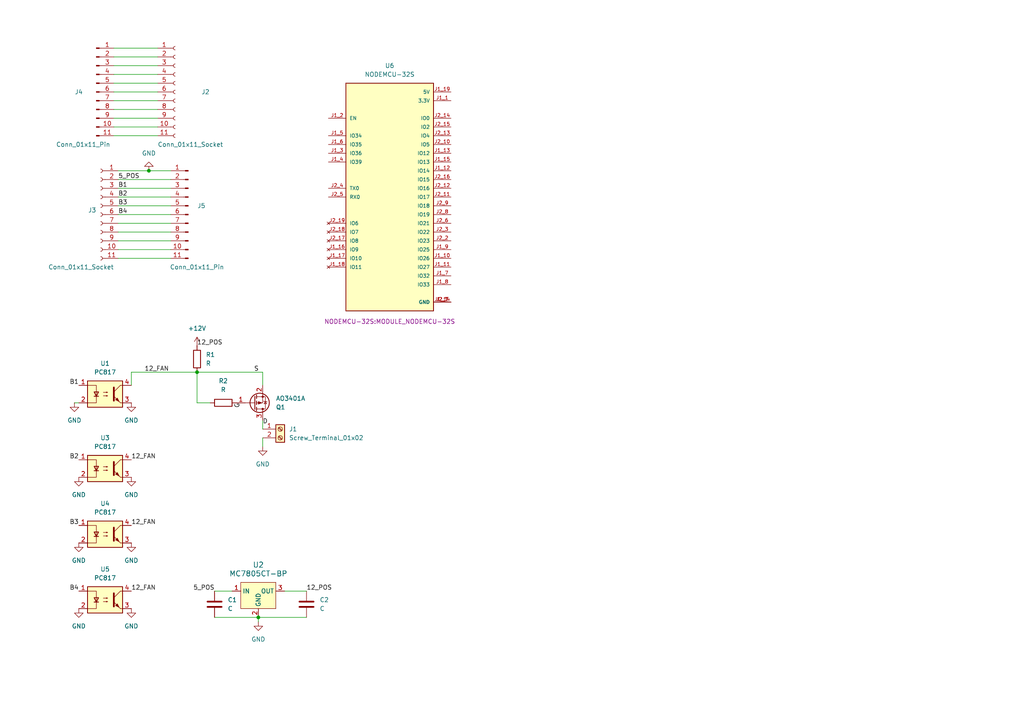
<source format=kicad_sch>
(kicad_sch (version 20231120) (generator "eeschema") (generator_version "8.0")
  (paper "A4")
  (lib_symbols
    (symbol "Connector:Conn_01x11_Pin" (pin_names (offset 1.016) hide)
      (property "Reference" "J" (at 0 15.24 0))
      (property "Value" "Conn_01x11_Pin" (at 0 -15.24 0))
      (symbol "Conn_01x11_Pin_1_1"
        (polyline (pts (xy 1.27 -12.7) (xy 0.8636 -12.7)) (stroke (width 0.1524)))
        (polyline (pts (xy 1.27 -10.16) (xy 0.8636 -10.16)) (stroke (width 0.1524)))
        (polyline (pts (xy 1.27 -7.62) (xy 0.8636 -7.62)) (stroke (width 0.1524)))
        (polyline (pts (xy 1.27 -5.08) (xy 0.8636 -5.08)) (stroke (width 0.1524)))
        (polyline (pts (xy 1.27 -2.54) (xy 0.8636 -2.54)) (stroke (width 0.1524)))
        (polyline (pts (xy 1.27 0) (xy 0.8636 0)) (stroke (width 0.1524)))
        (polyline (pts (xy 1.27 2.54) (xy 0.8636 2.54)) (stroke (width 0.1524)))
        (polyline (pts (xy 1.27 5.08) (xy 0.8636 5.08)) (stroke (width 0.1524)))
        (polyline (pts (xy 1.27 7.62) (xy 0.8636 7.62)) (stroke (width 0.1524)))
        (polyline (pts (xy 1.27 10.16) (xy 0.8636 10.16)) (stroke (width 0.1524)))
        (polyline (pts (xy 1.27 12.7) (xy 0.8636 12.7)) (stroke (width 0.1524)))
        (rectangle (start 0.8636 -12.573) (end 0 -12.827) (stroke (width 0.1524)) (fill (type outline)))
        (rectangle (start 0.8636 -10.033) (end 0 -10.287) (stroke (width 0.1524)) (fill (type outline)))
        (rectangle (start 0.8636 -7.493) (end 0 -7.747) (stroke (width 0.1524)) (fill (type outline)))
        (rectangle (start 0.8636 -4.953) (end 0 -5.207) (stroke (width 0.1524)) (fill (type outline)))
        (rectangle (start 0.8636 -2.413) (end 0 -2.667) (stroke (width 0.1524)) (fill (type outline)))
        (rectangle (start 0.8636 0.127) (end 0 -0.127) (stroke (width 0.1524)) (fill (type outline)))
        (rectangle (start 0.8636 2.667) (end 0 2.413) (stroke (width 0.1524)) (fill (type outline)))
        (rectangle (start 0.8636 5.207) (end 0 4.953) (stroke (width 0.1524)) (fill (type outline)))
        (rectangle (start 0.8636 7.747) (end 0 7.493) (stroke (width 0.1524)) (fill (type outline)))
        (rectangle (start 0.8636 10.287) (end 0 10.033) (stroke (width 0.1524)) (fill (type outline)))
        (rectangle (start 0.8636 12.827) (end 0 12.573) (stroke (width 0.1524)) (fill (type outline)))
        (pin passive line (at 5.08 12.7 180) (length 3.81) (name "Pin_1") (number "1"))
        (pin passive line (at 5.08 -10.16 180) (length 3.81) (name "Pin_10") (number "10"))
        (pin passive line (at 5.08 -12.7 180) (length 3.81) (name "Pin_11") (number "11"))
        (pin passive line (at 5.08 10.16 180) (length 3.81) (name "Pin_2") (number "2"))
        (pin passive line (at 5.08 7.62 180) (length 3.81) (name "Pin_3") (number "3"))
        (pin passive line (at 5.08 5.08 180) (length 3.81) (name "Pin_4") (number "4"))
        (pin passive line (at 5.08 2.54 180) (length 3.81) (name "Pin_5") (number "5"))
        (pin passive line (at 5.08 0 180) (length 3.81) (name "Pin_6") (number "6"))
        (pin passive line (at 5.08 -2.54 180) (length 3.81) (name "Pin_7") (number "7"))
        (pin passive line (at 5.08 -5.08 180) (length 3.81) (name "Pin_8") (number "8"))
        (pin passive line (at 5.08 -7.62 180) (length 3.81) (name "Pin_9") (number "9"))
      )
    )
    (symbol "Connector:Conn_01x11_Socket" (pin_names (offset 1.016) hide)
      (property "Reference" "J" (at 0 15.24 0))
      (property "Value" "Conn_01x11_Socket" (at 0 -15.24 0))
      (symbol "Conn_01x11_Socket_1_1"
        (arc (start 0 -12.192) (mid -0.5058 -12.7) (end 0 -13.208) (stroke (width 0.1524)))
        (arc (start 0 -9.652) (mid -0.5058 -10.16) (end 0 -10.668) (stroke (width 0.1524)))
        (arc (start 0 -7.112) (mid -0.5058 -7.62) (end 0 -8.128) (stroke (width 0.1524)))
        (arc (start 0 -4.572) (mid -0.5058 -5.08) (end 0 -5.588) (stroke (width 0.1524)))
        (arc (start 0 -2.032) (mid -0.5058 -2.54) (end 0 -3.048) (stroke (width 0.1524)))
        (polyline (pts (xy -1.27 -12.7) (xy -0.508 -12.7)) (stroke (width 0.1524)))
        (polyline (pts (xy -1.27 -10.16) (xy -0.508 -10.16)) (stroke (width 0.1524)))
        (polyline (pts (xy -1.27 -7.62) (xy -0.508 -7.62)) (stroke (width 0.1524)))
        (polyline (pts (xy -1.27 -5.08) (xy -0.508 -5.08)) (stroke (width 0.1524)))
        (polyline (pts (xy -1.27 -2.54) (xy -0.508 -2.54)) (stroke (width 0.1524)))
        (polyline (pts (xy -1.27 0) (xy -0.508 0)) (stroke (width 0.1524)))
        (polyline (pts (xy -1.27 2.54) (xy -0.508 2.54)) (stroke (width 0.1524)))
        (polyline (pts (xy -1.27 5.08) (xy -0.508 5.08)) (stroke (width 0.1524)))
        (polyline (pts (xy -1.27 7.62) (xy -0.508 7.62)) (stroke (width 0.1524)))
        (polyline (pts (xy -1.27 10.16) (xy -0.508 10.16)) (stroke (width 0.1524)))
        (polyline (pts (xy -1.27 12.7) (xy -0.508 12.7)) (stroke (width 0.1524)))
        (arc (start 0 0.508) (mid -0.5058 0) (end 0 -0.508) (stroke (width 0.1524)))
        (arc (start 0 3.048) (mid -0.5058 2.54) (end 0 2.032) (stroke (width 0.1524)))
        (arc (start 0 5.588) (mid -0.5058 5.08) (end 0 4.572) (stroke (width 0.1524)))
        (arc (start 0 8.128) (mid -0.5058 7.62) (end 0 7.112) (stroke (width 0.1524)))
        (arc (start 0 10.668) (mid -0.5058 10.16) (end 0 9.652) (stroke (width 0.1524)))
        (arc (start 0 13.208) (mid -0.5058 12.7) (end 0 12.192) (stroke (width 0.1524)))
        (pin passive line (at -5.08 12.7 0) (length 3.81) (name "Pin_1") (number "1"))
        (pin passive line (at -5.08 -10.16 0) (length 3.81) (name "Pin_10") (number "10"))
        (pin passive line (at -5.08 -12.7 0) (length 3.81) (name "Pin_11") (number "11"))
        (pin passive line (at -5.08 10.16 0) (length 3.81) (name "Pin_2") (number "2"))
        (pin passive line (at -5.08 7.62 0) (length 3.81) (name "Pin_3") (number "3"))
        (pin passive line (at -5.08 5.08 0) (length 3.81) (name "Pin_4") (number "4"))
        (pin passive line (at -5.08 2.54 0) (length 3.81) (name "Pin_5") (number "5"))
        (pin passive line (at -5.08 0 0) (length 3.81) (name "Pin_6") (number "6"))
        (pin passive line (at -5.08 -2.54 0) (length 3.81) (name "Pin_7") (number "7"))
        (pin passive line (at -5.08 -5.08 0) (length 3.81) (name "Pin_8") (number "8"))
        (pin passive line (at -5.08 -7.62 0) (length 3.81) (name "Pin_9") (number "9"))
      )
    )
    (symbol "Connector:Screw_Terminal_01x02" (pin_names (offset 1.016) hide)
      (property "Reference" "J" (at 0 2.54 0))
      (property "Value" "Screw_Terminal_01x02" (at 0 -5.08 0))
      (symbol "Screw_Terminal_01x02_1_1"
        (rectangle (start -1.27 1.27) (end 1.27 -3.81) (stroke (width 0.254)) (fill (type background)))
        (circle (center 0 -2.54) (radius 0.635) (stroke (width 0.1524)))
        (polyline (pts (xy -0.5334 -2.2098) (xy 0.3302 -3.048)) (stroke (width 0.1524)))
        (polyline (pts (xy -0.5334 0.3302) (xy 0.3302 -0.508)) (stroke (width 0.1524)))
        (polyline (pts (xy -0.3556 -2.032) (xy 0.508 -2.8702)) (stroke (width 0.1524)))
        (polyline (pts (xy -0.3556 0.508) (xy 0.508 -0.3302)) (stroke (width 0.1524)))
        (circle (center 0 0) (radius 0.635) (stroke (width 0.1524)))
        (pin passive line (at -5.08 0 0) (length 3.81) (name "Pin_1") (number "1"))
        (pin passive line (at -5.08 -2.54 0) (length 3.81) (name "Pin_2") (number "2"))
      )
    )
    (symbol "Device:C" (pin_numbers hide) (pin_names (offset 0.254))
      (property "Reference" "C" (at 0.635 2.54 0))
      (property "Value" "C" (at 0.635 -2.54 0))
      (symbol "C_0_1"
        (polyline (pts (xy -2.032 -0.762) (xy 2.032 -0.762)) (stroke (width 0.508)))
        (polyline (pts (xy -2.032 0.762) (xy 2.032 0.762)) (stroke (width 0.508)))
      )
      (symbol "C_1_1"
        (pin passive line (at 0 3.81 270) (length 2.794) (name "~") (number "1"))
        (pin passive line (at 0 -3.81 90) (length 2.794) (name "~") (number "2"))
      )
    )
    (symbol "Device:R" (pin_numbers hide) (pin_names (offset 0))
      (property "Reference" "R" (at 2.032 0 90))
      (property "Value" "R" (at 0 0 90))
      (symbol "R_0_1"
        (rectangle (start -1.016 -2.54) (end 1.016 2.54) (stroke (width 0.254)))
      )
      (symbol "R_1_1"
        (pin passive line (at 0 3.81 270) (length 1.27) (name "~") (number "1"))
        (pin passive line (at 0 -3.81 90) (length 1.27) (name "~") (number "2"))
      )
    )
    (symbol "Isolator:PC817" (pin_names (offset 1.016))
      (property "Reference" "U" (at -5.08 5.08 0))
      (property "Value" "PC817" (at 0 5.08 0))
      (symbol "PC817_0_1"
        (rectangle (start -5.08 3.81) (end 5.08 -3.81) (stroke (width 0.254)) (fill (type background)))
        (polyline (pts (xy -3.175 -0.635) (xy -1.905 -0.635)) (stroke (width 0.254)))
        (polyline (pts (xy 2.54 0.635) (xy 4.445 2.54)))
        (polyline (pts (xy 4.445 -2.54) (xy 2.54 -0.635)) (fill (type outline)))
        (polyline (pts (xy 4.445 -2.54) (xy 5.08 -2.54)))
        (polyline (pts (xy 4.445 2.54) (xy 5.08 2.54)))
        (polyline (pts (xy -5.08 2.54) (xy -2.54 2.54) (xy -2.54 -0.635)))
        (polyline (pts (xy -2.54 -0.635) (xy -2.54 -2.54) (xy -5.08 -2.54)))
        (polyline (pts (xy 2.54 1.905) (xy 2.54 -1.905) (xy 2.54 -1.905)) (stroke (width 0.508)))
        (polyline (pts (xy -2.54 -0.635) (xy -3.175 0.635) (xy -1.905 0.635) (xy -2.54 -0.635)) (stroke (width 0.254)))
        (polyline (pts (xy -0.508 -0.508) (xy 0.762 -0.508) (xy 0.381 -0.635) (xy 0.381 -0.381) (xy 0.762 -0.508)))
        (polyline (pts (xy -0.508 0.508) (xy 0.762 0.508) (xy 0.381 0.381) (xy 0.381 0.635) (xy 0.762 0.508)))
        (polyline (pts (xy 3.048 -1.651) (xy 3.556 -1.143) (xy 4.064 -2.159) (xy 3.048 -1.651) (xy 3.048 -1.651)) (fill (type outline)))
      )
      (symbol "PC817_1_1"
        (pin passive line (at -7.62 2.54 0) (length 2.54) (name "~") (number "1"))
        (pin passive line (at -7.62 -2.54 0) (length 2.54) (name "~") (number "2"))
        (pin passive line (at 7.62 -2.54 180) (length 2.54) (name "~") (number "3"))
        (pin passive line (at 7.62 2.54 180) (length 2.54) (name "~") (number "4"))
      )
    )
    (symbol "NODEMCU-32S:NODEMCU-32S" (pin_names (offset 1.016))
      (property "Reference" "U" (at -12.7 33.782 0))
      (property "Value" "NODEMCU-32S" (at -12.7 -35.56 0))
      (symbol "NODEMCU-32S_0_0"
        (rectangle (start -12.7 -33.02) (end 12.7 33.02) (stroke (width 0.254)) (fill (type background)))
        (pin power_in line (at 17.78 27.94 180) (length 5.08) (name "3.3V") (number "J1_1"))
        (pin bidirectional line (at 17.78 -17.78 180) (length 5.08) (name "IO26") (number "J1_10"))
        (pin bidirectional line (at 17.78 -20.32 180) (length 5.08) (name "IO27") (number "J1_11"))
        (pin bidirectional line (at 17.78 7.62 180) (length 5.08) (name "IO14") (number "J1_12"))
        (pin bidirectional line (at 17.78 12.7 180) (length 5.08) (name "IO12") (number "J1_13"))
        (pin power_in line (at 17.78 -30.48 180) (length 5.08) (name "GND") (number "J1_14"))
        (pin bidirectional line (at 17.78 10.16 180) (length 5.08) (name "IO13") (number "J1_15"))
        (pin no_connect line (at -17.78 -15.24 0) (length 5.08) (name "IO9") (number "J1_16"))
        (pin no_connect line (at -17.78 -17.78 0) (length 5.08) (name "IO10") (number "J1_17"))
        (pin no_connect line (at -17.78 -20.32 0) (length 5.08) (name "IO11") (number "J1_18"))
        (pin power_in line (at 17.78 30.48 180) (length 5.08) (name "5V") (number "J1_19"))
        (pin input line (at -17.78 22.86 0) (length 5.08) (name "EN") (number "J1_2"))
        (pin input line (at -17.78 12.7 0) (length 5.08) (name "IO36") (number "J1_3"))
        (pin input line (at -17.78 10.16 0) (length 5.08) (name "IO39") (number "J1_4"))
        (pin input line (at -17.78 17.78 0) (length 5.08) (name "IO34") (number "J1_5"))
        (pin input line (at -17.78 15.24 0) (length 5.08) (name "IO35") (number "J1_6"))
        (pin bidirectional line (at 17.78 -22.86 180) (length 5.08) (name "IO32") (number "J1_7"))
        (pin bidirectional line (at 17.78 -25.4 180) (length 5.08) (name "IO33") (number "J1_8"))
        (pin bidirectional line (at 17.78 -15.24 180) (length 5.08) (name "IO25") (number "J1_9"))
        (pin power_in line (at 17.78 -30.48 180) (length 5.08) (name "GND") (number "J2_1"))
        (pin bidirectional line (at 17.78 15.24 180) (length 5.08) (name "IO5") (number "J2_10"))
        (pin bidirectional line (at 17.78 0 180) (length 5.08) (name "IO17") (number "J2_11"))
        (pin bidirectional line (at 17.78 2.54 180) (length 5.08) (name "IO16") (number "J2_12"))
        (pin bidirectional line (at 17.78 17.78 180) (length 5.08) (name "IO4") (number "J2_13"))
        (pin bidirectional line (at 17.78 22.86 180) (length 5.08) (name "IO0") (number "J2_14"))
        (pin bidirectional line (at 17.78 20.32 180) (length 5.08) (name "IO2") (number "J2_15"))
        (pin bidirectional line (at 17.78 5.08 180) (length 5.08) (name "IO15") (number "J2_16"))
        (pin no_connect line (at -17.78 -12.7 0) (length 5.08) (name "IO8") (number "J2_17"))
        (pin no_connect line (at -17.78 -10.16 0) (length 5.08) (name "IO7") (number "J2_18"))
        (pin no_connect line (at -17.78 -7.62 0) (length 5.08) (name "IO6") (number "J2_19"))
        (pin bidirectional line (at 17.78 -12.7 180) (length 5.08) (name "IO23") (number "J2_2"))
        (pin bidirectional line (at 17.78 -10.16 180) (length 5.08) (name "IO22") (number "J2_3"))
        (pin bidirectional line (at -17.78 2.54 0) (length 5.08) (name "TX0") (number "J2_4"))
        (pin bidirectional line (at -17.78 0 0) (length 5.08) (name "RX0") (number "J2_5"))
        (pin bidirectional line (at 17.78 -7.62 180) (length 5.08) (name "IO21") (number "J2_6"))
        (pin power_in line (at 17.78 -30.48 180) (length 5.08) (name "GND") (number "J2_7"))
        (pin bidirectional line (at 17.78 -5.08 180) (length 5.08) (name "IO19") (number "J2_8"))
        (pin bidirectional line (at 17.78 -2.54 180) (length 5.08) (name "IO18") (number "J2_9"))
      )
    )
    (symbol "Transistor_FET:AO3401A" (pin_names hide)
      (property "Reference" "Q" (at 5.08 1.905 0))
      (property "Value" "AO3401A" (at 5.08 0 0))
      (symbol "AO3401A_0_1"
        (polyline (pts (xy 0.254 0) (xy -2.54 0)))
        (polyline (pts (xy 0.254 1.905) (xy 0.254 -1.905)) (stroke (width 0.254)))
        (polyline (pts (xy 0.762 -1.27) (xy 0.762 -2.286)) (stroke (width 0.254)))
        (polyline (pts (xy 0.762 0.508) (xy 0.762 -0.508)) (stroke (width 0.254)))
        (polyline (pts (xy 0.762 2.286) (xy 0.762 1.27)) (stroke (width 0.254)))
        (polyline (pts (xy 2.54 2.54) (xy 2.54 1.778)))
        (polyline (pts (xy 2.54 -2.54) (xy 2.54 0) (xy 0.762 0)))
        (polyline (pts (xy 0.762 1.778) (xy 3.302 1.778) (xy 3.302 -1.778) (xy 0.762 -1.778)))
        (polyline (pts (xy 2.286 0) (xy 1.27 0.381) (xy 1.27 -0.381) (xy 2.286 0)) (fill (type outline)))
        (polyline (pts (xy 2.794 -0.508) (xy 2.921 -0.381) (xy 3.683 -0.381) (xy 3.81 -0.254)))
        (polyline (pts (xy 3.302 -0.381) (xy 2.921 0.254) (xy 3.683 0.254) (xy 3.302 -0.381)))
        (circle (center 1.651 0) (radius 2.794) (stroke (width 0.254)))
        (circle (center 2.54 -1.778) (radius 0.254) (fill (type outline)))
        (circle (center 2.54 1.778) (radius 0.254) (fill (type outline)))
      )
      (symbol "AO3401A_1_1"
        (pin input line (at -5.08 0 0) (length 2.54) (name "G") (number "1"))
        (pin passive line (at 2.54 -5.08 90) (length 2.54) (name "S") (number "2"))
        (pin passive line (at 2.54 5.08 270) (length 2.54) (name "D") (number "3"))
      )
    )
    (symbol "dk_PMIC-Voltage-Regulators-Linear:MC7805CT-BP"
      (property "Reference" "U" (at 0 3.81 0))
      (property "Value" "MC7805CT-BP" (at 0 6.35 0))
      (symbol "MC7805CT-BP_0_1"
        (rectangle (start -5.08 2.54) (end 5.08 -5.08) (fill (type background)))
      )
      (symbol "MC7805CT-BP_1_1"
        (pin power_in line (at -7.62 0 0) (length 2.54) (name "IN") (number "1"))
        (pin power_in line (at 0 -7.62 90) (length 2.54) (name "GND") (number "2"))
        (pin power_out line (at 7.62 0 180) (length 2.54) (name "OUT") (number "3"))
      )
    )
    (symbol "power:+12V" (power) (pin_numbers hide) (pin_names (offset 0) hide)
      (property "Value" "+12V" (at 0 3.556 0))
      (symbol "+12V_0_1"
        (polyline (pts (xy -0.762 1.27) (xy 0 2.54)))
        (polyline (pts (xy 0 0) (xy 0 2.54)))
        (polyline (pts (xy 0 2.54) (xy 0.762 1.27)))
      )
      (symbol "+12V_1_1"
        (pin power_in line (at 0 0 90) (length 0) (name "~") (number "1"))
      )
    )
    (symbol "power:GND" (power) (pin_numbers hide) (pin_names (offset 0) hide)
      (property "Value" "GND" (at 0 -3.81 0))
      (symbol "GND_0_1"
        (polyline (pts (xy 0 0) (xy 0 -1.27) (xy 1.27 -1.27) (xy 0 -2.54) (xy -1.27 -1.27) (xy 0 -1.27)))
      )
      (symbol "GND_1_1"
        (pin power_in line (at 0 0 270) (length 0) (name "~") (number "1"))
      )
    )
  )
  (junction (at 74.93 179.07))
  (junction (at 43.18 49.53))
  (junction (at 57.15 107.95))
  (wire (pts (xy 33.02 29.21) (xy 45.72 29.21)))
  (wire (pts (xy 74.93 179.07) (xy 74.93 180.34)))
  (wire (pts (xy 43.18 49.53) (xy 49.53 49.53)))
  (wire (pts (xy 33.02 26.67) (xy 45.72 26.67)))
  (wire (pts (xy 34.29 69.85) (xy 49.53 69.85)))
  (wire (pts (xy 34.29 74.93) (xy 49.53 74.93)))
  (wire (pts (xy 34.29 67.31) (xy 49.53 67.31)))
  (wire (pts (xy 33.02 34.29) (xy 45.72 34.29)))
  (wire (pts (xy 34.29 49.53) (xy 43.18 49.53)))
  (wire (pts (xy 33.02 13.97) (xy 45.72 13.97)))
  (wire (pts (xy 62.23 171.45) (xy 67.31 171.45)))
  (wire (pts (xy 74.93 179.07) (xy 88.9 179.07)))
  (wire (pts (xy 62.23 179.07) (xy 74.93 179.07)))
  (wire (pts (xy 38.1 107.95) (xy 57.15 107.95)))
  (wire (pts (xy 34.29 57.15) (xy 49.53 57.15)))
  (wire (pts (xy 33.02 16.51) (xy 45.72 16.51)))
  (wire (pts (xy 76.2 121.92) (xy 76.2 124.46)))
  (wire (pts (xy 34.29 72.39) (xy 49.53 72.39)))
  (wire (pts (xy 34.29 62.23) (xy 49.53 62.23)))
  (wire (pts (xy 76.2 111.76) (xy 76.2 107.95)))
  (wire (pts (xy 33.02 39.37) (xy 45.72 39.37)))
  (wire (pts (xy 57.15 107.95) (xy 76.2 107.95)))
  (wire (pts (xy 38.1 111.76) (xy 38.1 107.95)))
  (wire (pts (xy 33.02 24.13) (xy 45.72 24.13)))
  (wire (pts (xy 33.02 19.05) (xy 45.72 19.05)))
  (wire (pts (xy 57.15 116.84) (xy 60.96 116.84)))
  (wire (pts (xy 82.55 171.45) (xy 88.9 171.45)))
  (wire (pts (xy 34.29 54.61) (xy 49.53 54.61)))
  (wire (pts (xy 76.2 127) (xy 76.2 129.54)))
  (wire (pts (xy 22.86 116.84) (xy 21.59 116.84)))
  (wire (pts (xy 33.02 36.83) (xy 45.72 36.83)))
  (wire (pts (xy 34.29 52.07) (xy 49.53 52.07)))
  (wire (pts (xy 34.29 59.69) (xy 49.53 59.69)))
  (wire (pts (xy 57.15 107.95) (xy 57.15 116.84)))
  (wire (pts (xy 33.02 21.59) (xy 45.72 21.59)))
  (wire (pts (xy 33.02 31.75) (xy 45.72 31.75)))
  (wire (pts (xy 34.29 64.77) (xy 49.53 64.77)))
  (label "D" (at 76.2 123.19 0))
  (label "12_FAN" (at 38.1 152.4 0))
  (label "B4" (at 22.86 171.45 180))
  (label "12_FAN" (at 41.91 107.95 0))
  (label "B2" (at 34.29 57.15 0))
  (label "12_FAN" (at 38.1 133.35 0))
  (label "5_POS" (at 62.23 171.45 180))
  (label "B3" (at 22.86 152.4 180))
  (label "5_POS" (at 34.29 52.07 0))
  (label "B2" (at 22.86 133.35 180))
  (label "12_POS" (at 88.9 171.45 0))
  (label "B1" (at 34.29 54.61 0))
  (label "G" (at 69.85 116.84 270))
  (label "S" (at 73.66 107.95 0))
  (label "12_POS" (at 57.15 100.33 0))
  (label "B1" (at 22.86 111.76 180))
  (label "B3" (at 34.29 59.69 0))
  (label "12_FAN" (at 38.1 171.45 0))
  (label "B4" (at 34.29 62.23 0))
  (symbol (lib_id "Connector:Conn_01x11_Socket") (at 29.21 62.23 0) (mirror y) (unit 1)
    (property "Reference" "J3" (at 27.94 60.9599 0) (effects (justify left)))
    (property "Value" "Conn_01x11_Socket" (at 33.02 77.47 0) (effects (justify left)))
    (property "Description" "Generic connector, single row, 01x11, script generated" (effects (hide yes)))
  )
  (symbol (lib_id "Isolator:PC817") (at 30.48 135.89 0) (unit 1)
    (property "Reference" "U3" (at 30.48 127 0))
    (property "Value" "PC817" (at 30.48 129.54 0))
    (property "Footprint" "Package_DIP:DIP-4_W7.62mm" (effects (hide yes)))
    (property "Datasheet" "http://www.soselectronic.cz/a_info/resource/d/pc817.pdf" (effects (hide yes)))
    (property "Description" "DC Optocoupler, Vce 35V, CTR 50-300%, DIP-4" (effects (hide yes)))
  )
  (symbol (lib_id "Device:R") (at 57.15 104.14 0) (unit 1)
    (property "Reference" "R1" (at 59.69 102.8699 0) (effects (justify left)))
    (property "Value" "R" (at 59.69 105.4099 0) (effects (justify left)))
    (property "Description" "Resistor" (effects (hide yes)))
  )
  (symbol (lib_id "power:GND") (at 76.2 129.54 0) (unit 1)
    (property "Reference" "#PWR02" (effects (hide yes)))
    (property "Value" "GND" (at 76.2 134.62 0))
    (property "Description" "Power symbol creates a global label with name \"GND\" , ground" (effects (hide yes)))
  )
  (symbol (lib_id "power:GND") (at 22.86 176.53 0) (unit 1)
    (property "Reference" "#PWR09" (effects (hide yes)))
    (property "Value" "GND" (at 22.86 181.61 0))
    (property "Description" "Power symbol creates a global label with name \"GND\" , ground" (effects (hide yes)))
  )
  (symbol (lib_id "power:GND") (at 22.86 138.43 0) (unit 1)
    (property "Reference" "#PWR07" (effects (hide yes)))
    (property "Value" "GND" (at 22.86 143.51 0))
    (property "Description" "Power symbol creates a global label with name \"GND\" , ground" (effects (hide yes)))
  )
  (symbol (lib_id "NODEMCU-32S:NODEMCU-32S") (at 113.03 57.15 0) (unit 1)
    (property "Reference" "U6" (at 113.03 19.05 0))
    (property "Value" "NODEMCU-32S" (at 113.03 21.59 0))
    (property "Footprint" "NODEMCU-32S:MODULE_NODEMCU-32S" (at 113.03 93.98 0) (effects (justify bottom)))
    (property "MF" "AI-Thinker" (effects (hide yes)))
    (property "MAXIMUM_PACKAGE_HEIGHT" "3.00mm" (effects (hide yes)))
    (property "Package" "Package" (effects (hide yes)))
    (property "Price" "None" (effects (hide yes)))
    (property "Check_prices" "https://www.snapeda.com/parts/NODEMCU-32S/AI-Thinker/view-part/?ref=eda" (effects (hide yes)))
    (property "STANDARD" "Manufacturer Recommendations" (effects (hide yes)))
    (property "PARTREV" "V1" (effects (hide yes)))
    (property "SnapEDA_Link" "https://www.snapeda.com/parts/NODEMCU-32S/AI-Thinker/view-part/?ref=snap" (effects (hide yes)))
    (property "MP" "NODEMCU-32S" (effects (hide yes)))
    (property "Description_1" "\n                        \n                            WIFI MODULE V1\n                        \n" (effects (hide yes)))
    (property "Availability" "Not in stock" (effects (hide yes)))
    (property "MANUFACTURER" "AI-Thinker" (effects (hide yes)))
  )
  (symbol (lib_id "Connector:Conn_01x11_Pin") (at 27.94 26.67 0) (unit 1)
    (property "Reference" "J4" (at 22.86 26.67 0))
    (property "Value" "Conn_01x11_Pin" (at 24.13 41.91 0))
    (property "Description" "Generic connector, single row, 01x11, script generated" (effects (hide yes)))
  )
  (symbol (lib_id "power:GND") (at 38.1 138.43 0) (unit 1)
    (property "Reference" "#PWR010" (effects (hide yes)))
    (property "Value" "GND" (at 38.1 143.51 0))
    (property "Description" "Power symbol creates a global label with name \"GND\" , ground" (effects (hide yes)))
  )
  (symbol (lib_id "Connector:Screw_Terminal_01x02") (at 81.28 124.46 0) (unit 1)
    (property "Reference" "J1" (at 83.82 124.4599 0) (effects (justify left)))
    (property "Value" "Screw_Terminal_01x02" (at 83.82 126.9999 0) (effects (justify left)))
    (property "Description" "Generic screw terminal, single row, 01x02, script generated (kicad-library-utils/schlib/autogen/connector/)" (effects (hide yes)))
  )
  (symbol (lib_id "power:GND") (at 74.93 180.34 0) (unit 1)
    (property "Reference" "#PWR04" (effects (hide yes)))
    (property "Value" "GND" (at 74.93 185.42 0))
    (property "Description" "Power symbol creates a global label with name \"GND\" , ground" (effects (hide yes)))
  )
  (symbol (lib_id "power:+12V") (at 57.15 100.33 0) (unit 1)
    (property "Reference" "#PWR01" (effects (hide yes)))
    (property "Value" "+12V" (at 57.15 95.25 0))
    (property "Description" "Power symbol creates a global label with name \"+12V\"" (effects (hide yes)))
  )
  (symbol (lib_id "Connector:Conn_01x11_Pin") (at 54.61 62.23 0) (mirror y) (unit 1)
    (property "Reference" "J5" (at 58.42 59.69 0))
    (property "Value" "Conn_01x11_Pin" (at 57.15 77.47 0))
    (property "Description" "Generic connector, single row, 01x11, script generated" (effects (hide yes)))
  )
  (symbol (lib_id "Transistor_FET:AO3401A") (at 73.66 116.84 0) (mirror x) (unit 1)
    (property "Reference" "Q1" (at 80.01 118.1101 0) (effects (justify left)))
    (property "Value" "AO3401A" (at 80.01 115.5701 0) (effects (justify left)))
    (property "Footprint" "Package_TO_SOT_SMD:SOT-23" (effects (hide yes)))
    (property "Datasheet" "http://www.aosmd.com/pdfs/datasheet/AO3401A.pdf" (effects (hide yes)))
    (property "Description" "-4.0A Id, -30V Vds, P-Channel MOSFET, SOT-23" (effects (hide yes)))
  )
  (symbol (lib_id "Connector:Conn_01x11_Socket") (at 50.8 26.67 0) (unit 1)
    (property "Reference" "J2" (at 58.42 26.67 0) (effects (justify left)))
    (property "Value" "Conn_01x11_Socket" (at 45.72 41.91 0) (effects (justify left)))
    (property "Description" "Generic connector, single row, 01x11, script generated" (effects (hide yes)))
  )
  (symbol (lib_id "power:GND") (at 21.59 116.84 0) (unit 1)
    (property "Reference" "#PWR06" (effects (hide yes)))
    (property "Value" "GND" (at 21.59 121.92 0))
    (property "Description" "Power symbol creates a global label with name \"GND\" , ground" (effects (hide yes)))
  )
  (symbol (lib_id "power:GND") (at 43.18 49.53 180) (unit 1)
    (property "Reference" "#PWR05" (effects (hide yes)))
    (property "Value" "GND" (at 43.18 44.45 0))
    (property "Description" "Power symbol creates a global label with name \"GND\" , ground" (effects (hide yes)))
  )
  (symbol (lib_id "power:GND") (at 38.1 176.53 0) (unit 1)
    (property "Reference" "#PWR012" (effects (hide yes)))
    (property "Value" "GND" (at 38.1 181.61 0))
    (property "Description" "Power symbol creates a global label with name \"GND\" , ground" (effects (hide yes)))
  )
  (symbol (lib_id "power:GND") (at 22.86 157.48 0) (unit 1)
    (property "Reference" "#PWR08" (effects (hide yes)))
    (property "Value" "GND" (at 22.86 162.56 0))
    (property "Description" "Power symbol creates a global label with name \"GND\" , ground" (effects (hide yes)))
  )
  (symbol (lib_id "Isolator:PC817") (at 30.48 114.3 0) (unit 1)
    (property "Reference" "U1" (at 30.48 105.41 0))
    (property "Value" "PC817" (at 30.48 107.95 0))
    (property "Footprint" "Package_DIP:DIP-4_W7.62mm" (effects (hide yes)))
    (property "Datasheet" "http://www.soselectronic.cz/a_info/resource/d/pc817.pdf" (effects (hide yes)))
    (property "Description" "DC Optocoupler, Vce 35V, CTR 50-300%, DIP-4" (effects (hide yes)))
  )
  (symbol (lib_id "power:GND") (at 38.1 157.48 0) (unit 1)
    (property "Reference" "#PWR011" (effects (hide yes)))
    (property "Value" "GND" (at 38.1 162.56 0))
    (property "Description" "Power symbol creates a global label with name \"GND\" , ground" (effects (hide yes)))
  )
  (symbol (lib_id "Device:C") (at 88.9 175.26 0) (unit 1)
    (property "Reference" "C2" (at 92.71 173.9899 0) (effects (justify left)))
    (property "Value" "C" (at 92.71 176.5299 0) (effects (justify left)))
    (property "Description" "Unpolarized capacitor" (effects (hide yes)))
  )
  (symbol (lib_id "Isolator:PC817") (at 30.48 154.94 0) (unit 1)
    (property "Reference" "U4" (at 30.48 146.05 0))
    (property "Value" "PC817" (at 30.48 148.59 0))
    (property "Footprint" "Package_DIP:DIP-4_W7.62mm" (effects (hide yes)))
    (property "Datasheet" "http://www.soselectronic.cz/a_info/resource/d/pc817.pdf" (effects (hide yes)))
    (property "Description" "DC Optocoupler, Vce 35V, CTR 50-300%, DIP-4" (effects (hide yes)))
  )
  (symbol (lib_id "Isolator:PC817") (at 30.48 173.99 0) (unit 1)
    (property "Reference" "U5" (at 30.48 165.1 0))
    (property "Value" "PC817" (at 30.48 167.64 0))
    (property "Footprint" "Package_DIP:DIP-4_W7.62mm" (effects (hide yes)))
    (property "Datasheet" "http://www.soselectronic.cz/a_info/resource/d/pc817.pdf" (effects (hide yes)))
    (property "Description" "DC Optocoupler, Vce 35V, CTR 50-300%, DIP-4" (effects (hide yes)))
  )
  (symbol (lib_id "Device:C") (at 62.23 175.26 0) (unit 1)
    (property "Reference" "C1" (at 66.04 173.9899 0) (effects (justify left)))
    (property "Value" "C" (at 66.04 176.5299 0) (effects (justify left)))
    (property "Description" "Unpolarized capacitor" (effects (hide yes)))
  )
  (symbol (lib_id "power:GND") (at 38.1 116.84 0) (unit 1)
    (property "Reference" "#PWR03" (effects (hide yes)))
    (property "Value" "GND" (at 38.1 121.92 0))
    (property "Description" "Power symbol creates a global label with name \"GND\" , ground" (effects (hide yes)))
  )
  (symbol (lib_id "dk_PMIC-Voltage-Regulators-Linear:MC7805CT-BP") (at 74.93 171.45 0) (unit 1)
    (property "Reference" "U2" (at 74.93 163.83 0) (effects (font (size 1.524 1.524))))
    (property "Value" "MC7805CT-BP" (at 74.93 166.37 0) (effects (font (size 1.524 1.524))))
    (property "Footprint" "digikey-footprints:TO-220-3" (effects (hide yes)))
    (property "Datasheet" "https://www.mccsemi.com/pdf/Products/MC7805CT(TO-220).pdf" (effects (hide yes)))
    (property "Description" "IC REG LINEAR 5V 1.5A TO220" (effects (hide yes)))
    (property "Digi-Key_PN" "MC7805CT-BPMS-ND" (effects (hide yes)))
    (property "MPN" "MC7805CT-BP" (effects (hide yes)))
    (property "Category" "Integrated Circuits (ICs)" (effects (hide yes)))
    (property "Family" "PMIC - Voltage Regulators - Linear" (effects (hide yes)))
    (property "DK_Datasheet_Link" "https://www.mccsemi.com/pdf/Products/MC7805CT(TO-220).pdf" (effects (hide yes)))
    (property "DK_Detail_Page" "/product-detail/en/micro-commercial-co/MC7805CT-BP/MC7805CT-BPMS-ND/804682" (effects (hide yes)))
    (property "Description_1" "IC REG LINEAR 5V 1.5A TO220" (effects (hide yes)))
    (property "Manufacturer" "Micro Commercial Co" (effects (hide yes)))
    (property "Status" "Active" (effects (hide yes)))
  )
  (symbol (lib_id "Device:R") (at 64.77 116.84 90) (unit 1)
    (property "Reference" "R2" (at 64.77 110.49 90))
    (property "Value" "R" (at 64.77 113.03 90))
    (property "Description" "Resistor" (effects (hide yes)))
  )
)
</source>
